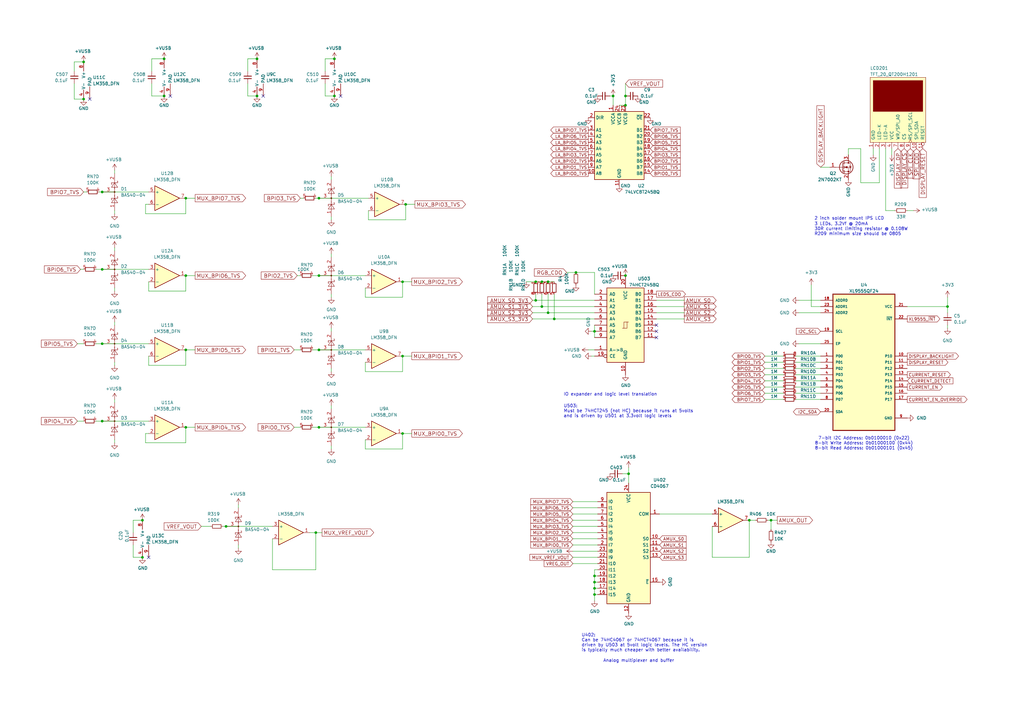
<source format=kicad_sch>
(kicad_sch (version 20231120) (generator "eeschema") (generator_version "8.0")
  (paper "A3")
  (junction (at 243.84 241.3))
  (junction (at 105.41 39.37))
  (junction (at 224.79 115.57))
  (junction (at 243.84 135.89))
  (junction (at 388.62 125.73))
  (junction (at 92.71 215.9))
  (junction (at 76.2 81.28))
  (junction (at 76.2 175.26))
  (junction (at 41.91 172.72))
  (junction (at 219.71 115.57))
  (junction (at 41.91 110.49))
  (junction (at 227.33 130.81))
  (junction (at 41.91 140.97))
  (junction (at 34.29 40.64))
  (junction (at 130.81 81.28))
  (junction (at 58.42 213.36))
  (junction (at 34.29 25.4))
  (junction (at 105.41 24.13))
  (junction (at 130.81 175.26))
  (junction (at 243.84 238.76))
  (junction (at 130.81 143.51))
  (junction (at 166.37 83.82))
  (junction (at 243.84 236.22))
  (junction (at 165.1 177.8))
  (junction (at 236.22 111.76))
  (junction (at 76.2 143.51))
  (junction (at 224.79 128.27))
  (junction (at 257.81 194.31))
  (junction (at 307.34 213.36))
  (junction (at 256.54 39.37))
  (junction (at 222.25 125.73))
  (junction (at 67.31 24.13))
  (junction (at 58.42 228.6))
  (junction (at 130.81 113.03))
  (junction (at 41.91 78.74))
  (junction (at 137.16 24.13))
  (junction (at 243.84 243.84))
  (junction (at 219.71 123.19))
  (junction (at 256.54 43.18))
  (junction (at 222.25 115.57))
  (junction (at 76.2 113.03))
  (junction (at 67.31 39.37))
  (junction (at 316.23 213.36))
  (junction (at 256.54 113.03))
  (junction (at 137.16 39.37))
  (junction (at 129.54 218.44))
  (junction (at 165.1 146.05))
  (junction (at 165.1 115.57))
  (junction (at 251.46 39.37))
  (no_connect (at 36.83 40.64))
  (no_connect (at 139.7 39.37))
  (no_connect (at 60.96 228.6))
  (no_connect (at 269.24 133.35))
  (no_connect (at 269.24 135.89))
  (no_connect (at 69.85 39.37))
  (no_connect (at 107.95 39.37))
  (no_connect (at 269.24 138.43))
  (wire (pts (xy 111.76 233.68) (xy 111.76 220.98)))
  (wire (pts (xy 82.55 215.9) (xy 86.36 215.9)))
  (wire (pts (xy 327.66 123.19) (xy 336.55 123.19)))
  (wire (pts (xy 242.57 146.05) (xy 243.84 146.05)))
  (wire (pts (xy 327.66 128.27) (xy 336.55 128.27)))
  (wire (pts (xy 101.6 24.13) (xy 101.6 29.21)))
  (wire (pts (xy 149.86 184.15) (xy 165.1 184.15)))
  (wire (pts (xy 135.89 134.62) (xy 135.89 135.89)))
  (wire (pts (xy 128.27 175.26) (xy 130.81 175.26)))
  (wire (pts (xy 76.2 81.28) (xy 80.01 81.28)))
  (wire (pts (xy 135.89 152.4) (xy 135.89 151.13)))
  (wire (pts (xy 54.61 213.36) (xy 58.42 213.36)))
  (wire (pts (xy 97.79 207.01) (xy 97.79 208.28)))
  (wire (pts (xy 269.24 125.73) (xy 280.67 125.73)))
  (wire (pts (xy 31.75 140.97) (xy 34.29 140.97)))
  (wire (pts (xy 227.33 130.81) (xy 243.84 130.81)))
  (wire (pts (xy 269.24 130.81) (xy 280.67 130.81)))
  (wire (pts (xy 39.37 172.72) (xy 41.91 172.72)))
  (wire (pts (xy 347.98 60.96) (xy 347.98 63.5)))
  (wire (pts (xy 165.1 121.92) (xy 165.1 115.57)))
  (wire (pts (xy 151.13 86.36) (xy 151.13 90.17)))
  (wire (pts (xy 358.14 60.96) (xy 358.14 63.5)))
  (wire (pts (xy 101.6 34.29) (xy 101.6 39.37)))
  (wire (pts (xy 135.89 72.39) (xy 135.89 73.66)))
  (wire (pts (xy 251.46 39.37) (xy 251.46 43.18)))
  (wire (pts (xy 360.68 60.96) (xy 360.68 74.93)))
  (wire (pts (xy 31.75 172.72) (xy 34.29 172.72)))
  (wire (pts (xy 245.11 233.68) (xy 243.84 233.68)))
  (wire (pts (xy 316.23 217.17) (xy 316.23 213.36)))
  (wire (pts (xy 245.11 241.3) (xy 243.84 241.3)))
  (wire (pts (xy 326.39 158.75) (xy 336.55 158.75)))
  (wire (pts (xy 123.19 81.28) (xy 124.46 81.28)))
  (wire (pts (xy 243.84 120.65) (xy 243.84 111.76)))
  (wire (pts (xy 165.1 115.57) (xy 168.91 115.57)))
  (wire (pts (xy 76.2 181.61) (xy 76.2 175.26)))
  (wire (pts (xy 218.44 123.19) (xy 219.71 123.19)))
  (wire (pts (xy 219.71 120.65) (xy 219.71 123.19)))
  (wire (pts (xy 269.24 128.27) (xy 280.67 128.27)))
  (wire (pts (xy 388.62 134.62) (xy 388.62 133.35)))
  (wire (pts (xy 243.84 241.3) (xy 243.84 243.84)))
  (wire (pts (xy 60.96 115.57) (xy 60.96 119.38)))
  (wire (pts (xy 62.23 39.37) (xy 62.23 34.29)))
  (wire (pts (xy 129.54 218.44) (xy 129.54 233.68)))
  (wire (pts (xy 353.06 74.93) (xy 353.06 60.96)))
  (wire (pts (xy 234.95 205.74) (xy 245.11 205.74)))
  (wire (pts (xy 269.24 123.19) (xy 280.67 123.19)))
  (wire (pts (xy 234.95 208.28) (xy 245.11 208.28)))
  (wire (pts (xy 33.02 110.49) (xy 34.29 110.49)))
  (wire (pts (xy 332.74 125.73) (xy 332.74 116.84)))
  (wire (pts (xy 224.79 120.65) (xy 224.79 128.27)))
  (wire (pts (xy 313.69 163.83) (xy 321.31 163.83)))
  (wire (pts (xy 130.81 143.51) (xy 149.86 143.51)))
  (wire (pts (xy 54.61 228.6) (xy 58.42 228.6)))
  (wire (pts (xy 250.19 39.37) (xy 251.46 39.37)))
  (wire (pts (xy 132.08 218.44) (xy 129.54 218.44)))
  (wire (pts (xy 219.71 115.57) (xy 222.25 115.57)))
  (wire (pts (xy 327.66 140.97) (xy 336.55 140.97)))
  (wire (pts (xy 313.69 148.59) (xy 321.31 148.59)))
  (wire (pts (xy 313.69 161.29) (xy 321.31 161.29)))
  (wire (pts (xy 54.61 218.44) (xy 54.61 213.36)))
  (wire (pts (xy 46.99 87.63) (xy 46.99 86.36)))
  (wire (pts (xy 151.13 90.17) (xy 166.37 90.17)))
  (wire (pts (xy 245.11 236.22) (xy 243.84 236.22)))
  (wire (pts (xy 59.69 83.82) (xy 59.69 87.63)))
  (wire (pts (xy 46.99 181.61) (xy 46.99 180.34)))
  (wire (pts (xy 245.11 243.84) (xy 243.84 243.84)))
  (wire (pts (xy 227.33 120.65) (xy 227.33 130.81)))
  (wire (pts (xy 149.86 180.34) (xy 149.86 184.15)))
  (wire (pts (xy 149.86 118.11) (xy 149.86 121.92)))
  (wire (pts (xy 365.76 60.96) (xy 365.76 63.5)))
  (wire (pts (xy 39.37 140.97) (xy 41.91 140.97)))
  (wire (pts (xy 256.54 39.37) (xy 256.54 43.18)))
  (wire (pts (xy 135.89 104.14) (xy 135.89 105.41)))
  (wire (pts (xy 222.25 120.65) (xy 222.25 125.73)))
  (wire (pts (xy 218.44 125.73) (xy 222.25 125.73)))
  (wire (pts (xy 30.48 40.64) (xy 34.29 40.64)))
  (wire (pts (xy 59.69 181.61) (xy 76.2 181.61)))
  (wire (pts (xy 129.54 81.28) (xy 130.81 81.28)))
  (wire (pts (xy 30.48 34.29) (xy 30.48 40.64)))
  (wire (pts (xy 120.65 143.51) (xy 123.19 143.51)))
  (wire (pts (xy 165.1 177.8) (xy 168.91 177.8)))
  (wire (pts (xy 76.2 119.38) (xy 76.2 113.03)))
  (wire (pts (xy 165.1 146.05) (xy 168.91 146.05)))
  (wire (pts (xy 234.95 231.14) (xy 245.11 231.14)))
  (wire (pts (xy 219.71 123.19) (xy 243.84 123.19)))
  (wire (pts (xy 30.48 29.21) (xy 30.48 25.4)))
  (wire (pts (xy 372.11 86.36) (xy 374.65 86.36)))
  (wire (pts (xy 120.65 175.26) (xy 123.19 175.26)))
  (wire (pts (xy 166.37 90.17) (xy 166.37 83.82)))
  (wire (pts (xy 256.54 34.29) (xy 256.54 39.37)))
  (wire (pts (xy 60.96 149.86) (xy 76.2 149.86)))
  (wire (pts (xy 353.06 60.96) (xy 347.98 60.96)))
  (wire (pts (xy 336.55 125.73) (xy 332.74 125.73)))
  (wire (pts (xy 257.81 191.77) (xy 257.81 194.31)))
  (wire (pts (xy 313.69 151.13) (xy 321.31 151.13)))
  (wire (pts (xy 224.79 128.27) (xy 243.84 128.27)))
  (wire (pts (xy 128.27 113.03) (xy 130.81 113.03)))
  (wire (pts (xy 243.84 238.76) (xy 245.11 238.76)))
  (wire (pts (xy 46.99 119.38) (xy 46.99 118.11)))
  (wire (pts (xy 313.69 153.67) (xy 321.31 153.67)))
  (wire (pts (xy 309.88 213.36) (xy 307.34 213.36)))
  (wire (pts (xy 67.31 39.37) (xy 62.23 39.37)))
  (wire (pts (xy 166.37 83.82) (xy 170.18 83.82)))
  (wire (pts (xy 224.79 115.57) (xy 227.33 115.57)))
  (wire (pts (xy 234.95 228.6) (xy 245.11 228.6)))
  (wire (pts (xy 234.95 210.82) (xy 245.11 210.82)))
  (wire (pts (xy 135.89 121.92) (xy 135.89 120.65)))
  (wire (pts (xy 292.1 215.9) (xy 292.1 228.6)))
  (wire (pts (xy 243.84 238.76) (xy 243.84 241.3)))
  (wire (pts (xy 372.11 125.73) (xy 388.62 125.73)))
  (wire (pts (xy 41.91 78.74) (xy 60.96 78.74)))
  (wire (pts (xy 236.22 111.76) (xy 243.84 111.76)))
  (wire (pts (xy 40.64 78.74) (xy 41.91 78.74)))
  (wire (pts (xy 59.69 177.8) (xy 59.69 181.61)))
  (wire (pts (xy 76.2 113.03) (xy 80.01 113.03)))
  (wire (pts (xy 129.54 218.44) (xy 127 218.44)))
  (wire (pts (xy 307.34 228.6) (xy 307.34 213.36)))
  (wire (pts (xy 218.44 130.81) (xy 227.33 130.81)))
  (wire (pts (xy 97.79 224.79) (xy 97.79 223.52)))
  (wire (pts (xy 243.84 135.89) (xy 243.84 138.43)))
  (wire (pts (xy 241.3 143.51) (xy 243.84 143.51)))
  (wire (pts (xy 243.84 236.22) (xy 243.84 238.76)))
  (wire (pts (xy 360.68 74.93) (xy 353.06 74.93)))
  (wire (pts (xy 59.69 177.8) (xy 60.96 177.8)))
  (wire (pts (xy 130.81 113.03) (xy 149.86 113.03)))
  (wire (pts (xy 130.81 81.28) (xy 151.13 81.28)))
  (wire (pts (xy 76.2 175.26) (xy 80.01 175.26)))
  (wire (pts (xy 76.2 149.86) (xy 76.2 143.51)))
  (wire (pts (xy 60.96 146.05) (xy 60.96 149.86)))
  (wire (pts (xy 149.86 148.59) (xy 149.86 152.4)))
  (wire (pts (xy 128.27 143.51) (xy 130.81 143.51)))
  (wire (pts (xy 313.69 156.21) (xy 321.31 156.21)))
  (wire (pts (xy 135.89 166.37) (xy 135.89 167.64)))
  (wire (pts (xy 62.23 24.13) (xy 67.31 24.13)))
  (wire (pts (xy 59.69 87.63) (xy 76.2 87.63)))
  (wire (pts (xy 149.86 152.4) (xy 165.1 152.4)))
  (wire (pts (xy 165.1 184.15) (xy 165.1 177.8)))
  (wire (pts (xy 326.39 156.21) (xy 336.55 156.21)))
  (wire (pts (xy 215.9 115.57) (xy 219.71 115.57)))
  (wire (pts (xy 39.37 110.49) (xy 41.91 110.49)))
  (wire (pts (xy 30.48 25.4) (xy 34.29 25.4)))
  (wire (pts (xy 336.55 68.58) (xy 340.36 68.58)))
  (wire (pts (xy 234.95 213.36) (xy 245.11 213.36)))
  (wire (pts (xy 121.92 113.03) (xy 123.19 113.03)))
  (wire (pts (xy 165.1 152.4) (xy 165.1 146.05)))
  (wire (pts (xy 54.61 223.52) (xy 54.61 228.6)))
  (wire (pts (xy 129.54 233.68) (xy 111.76 233.68)))
  (wire (pts (xy 326.39 148.59) (xy 336.55 148.59)))
  (wire (pts (xy 388.62 121.92) (xy 388.62 125.73)))
  (wire (pts (xy 314.96 213.36) (xy 316.23 213.36)))
  (wire (pts (xy 41.91 140.97) (xy 60.96 140.97)))
  (wire (pts (xy 46.99 132.08) (xy 46.99 133.35)))
  (wire (pts (xy 316.23 213.36) (xy 318.77 213.36)))
  (wire (pts (xy 60.96 119.38) (xy 76.2 119.38)))
  (wire (pts (xy 92.71 215.9) (xy 111.76 215.9)))
  (wire (pts (xy 101.6 39.37) (xy 105.41 39.37)))
  (wire (pts (xy 222.25 125.73) (xy 243.84 125.73)))
  (wire (pts (xy 254 43.18) (xy 256.54 43.18)))
  (wire (pts (xy 255.27 194.31) (xy 257.81 194.31)))
  (wire (pts (xy 133.35 34.29) (xy 133.35 39.37)))
  (wire (pts (xy 46.99 149.86) (xy 46.99 148.59)))
  (wire (pts (xy 243.84 133.35) (xy 243.84 135.89)))
  (wire (pts (xy 234.95 223.52) (xy 245.11 223.52)))
  (wire (pts (xy 41.91 110.49) (xy 60.96 110.49)))
  (wire (pts (xy 76.2 143.51) (xy 80.01 143.51)))
  (wire (pts (xy 242.57 135.89) (xy 243.84 135.89)))
  (wire (pts (xy 133.35 39.37) (xy 137.16 39.37)))
  (wire (pts (xy 234.95 226.06) (xy 245.11 226.06)))
  (wire (pts (xy 232.41 111.76) (xy 236.22 111.76)))
  (wire (pts (xy 257.81 198.12) (xy 257.81 194.31)))
  (wire (pts (xy 234.95 218.44) (xy 245.11 218.44)))
  (wire (pts (xy 62.23 29.21) (xy 62.23 24.13)))
  (wire (pts (xy 270.51 210.82) (xy 292.1 210.82)))
  (wire (pts (xy 149.86 121.92) (xy 165.1 121.92)))
  (wire (pts (xy 234.95 220.98) (xy 245.11 220.98)))
  (wire (pts (xy 222.25 115.57) (xy 224.79 115.57)))
  (wire (pts (xy 292.1 228.6) (xy 307.34 228.6)))
  (wire (pts (xy 326.39 151.13) (xy 336.55 151.13)))
  (wire (pts (xy 363.22 60.96) (xy 363.22 86.36)))
  (wire (pts (xy 326.39 163.83) (xy 336.55 163.83)))
  (wire (pts (xy 135.89 90.17) (xy 135.89 88.9)))
  (wire (pts (xy 133.35 24.13) (xy 133.35 29.21)))
  (wire (pts (xy 218.44 128.27) (xy 224.79 128.27)))
  (wire (pts (xy 313.69 146.05) (xy 321.31 146.05)))
  (wire (pts (xy 135.89 184.15) (xy 135.89 182.88)))
  (wire (pts (xy 105.41 24.13) (xy 101.6 24.13)))
  (wire (pts (xy 137.16 24.13) (xy 133.35 24.13)))
  (wire (pts (xy 326.39 161.29) (xy 336.55 161.29)))
  (wire (pts (xy 41.91 172.72) (xy 60.96 172.72)))
  (wire (pts (xy 46.99 69.85) (xy 46.99 71.12)))
  (wire (pts (xy 91.44 215.9) (xy 92.71 215.9)))
  (wire (pts (xy 34.29 78.74) (xy 35.56 78.74)))
  (wire (pts (xy 326.39 153.67) (xy 336.55 153.67)))
  (wire (pts (xy 243.84 233.68) (xy 243.84 236.22)))
  (wire (pts (xy 76.2 87.63) (xy 76.2 81.28)))
  (wire (pts (xy 130.81 175.26) (xy 149.86 175.26)))
  (wire (pts (xy 326.39 146.05) (xy 336.55 146.05)))
  (wire (pts (xy 388.62 128.27) (xy 388.62 125.73)))
  (wire (pts (xy 234.95 215.9) (xy 245.11 215.9)))
  (wire (pts (xy 46.99 163.83) (xy 46.99 165.1)))
  (wire (pts (xy 367.03 86.36) (xy 363.22 86.36)))
  (wire (pts (xy 46.99 101.6) (xy 46.99 102.87)))
  (wire (pts (xy 313.69 158.75) (xy 321.31 158.75)))
  (wire (pts (xy 59.69 83.82) (xy 60.96 83.82)))
  (wire (pts (xy 243.84 243.84) (xy 243.84 246.38)))
  (text "7-bit I2C Address: 0b0100010 (0x22)\n8-bit Write Address: 0b01000100 (0x44)\n8-bit Read Address: 0b01000101 (0x45)" (at 354.33 181.864 0) (effects (font (size 1.27 1.27))))
  (text "IO expander and logic level translation" (at 231.14 162.56 0) (effects (font (size 1.27 1.27)) (justify left bottom)))
  (text "Analog multiplexer and buffer" (at 247.396 271.78 0) (effects (font (size 1.27 1.27)) (justify left bottom)))
  (text "U402:\nCan be 74HC4067 or 74HCT4067 because it is \ndriven by U503 at 5volt logic levels. The HC version \nis typically much cheaper with better availability." (at 238.506 267.462 0) (effects (font (size 1.27 1.27)) (justify left bottom)))
  (text "3 LEDs, 3.2Vf @ 20mA\n30R current limiting resistor @ 0.108W\nR209 minimum size should be 0805" (at 334.01 96.774 0) (effects (font (size 1.27 1.27)) (justify left bottom)))
  (text "2 inch solder mount IPS LCD" (at 334.01 90.424 0) (effects (font (size 1.27 1.27)) (justify left bottom)))
  (text "U503:\nMust be 74HCT245 (not HC) because it runs at 5volts\nand is driven by U501 at 3.3volt logic levels" (at 231.14 171.45 0) (effects (font (size 1.27 1.27)) (justify left bottom)))
  (global_label "MUX_VREF_VOUT" (shape input) (at 234.95 228.6 180) (property "Intersheetrefs" "${INTERSHEET_REFS}" (effects (hide yes))))
  (global_label "AMUX_S3" (shape input) (at 270.51 228.6 0) (property "Intersheetrefs" "${INTERSHEET_REFS}" (effects (hide yes))))
  (global_label "BPIO7_TVS" (shape input) (at 266.7 53.34 0) (property "Intersheetrefs" "${INTERSHEET_REFS}" (effects (hide yes))))
  (global_label "AMUX_S3" (shape output) (at 280.67 130.81 0) (effects (font (size 1.524 1.524))) (property "Intersheetrefs" "${INTERSHEET_REFS}" (effects (hide yes))))
  (global_label "CURRENT_RESET" (shape output) (at 372.11 153.67 0) (property "Intersheetrefs" "${INTERSHEET_REFS}" (effects (hide yes))))
  (global_label "AMUX_S2" (shape input) (at 270.51 226.06 0) (property "Intersheetrefs" "${INTERSHEET_REFS}" (effects (hide yes))))
  (global_label "BPIO4_TVS" (shape input) (at 266.7 60.96 0) (property "Intersheetrefs" "${INTERSHEET_REFS}" (effects (hide yes))))
  (global_label "MUX_BPIO5_TVS" (shape input) (at 234.95 210.82 180) (property "Intersheetrefs" "${INTERSHEET_REFS}" (effects (hide yes))))
  (global_label "BPIO4_TVS" (shape bidirectional) (at 313.69 156.21 180) (property "Intersheetrefs" "${INTERSHEET_REFS}" (effects (hide yes))))
  (global_label "BPIO0_TVS" (shape input) (at 120.65 175.26 180) (effects (font (size 1.524 1.524))) (property "Intersheetrefs" "${INTERSHEET_REFS}" (effects (hide yes))))
  (global_label "CURRENT_DETECT" (shape input) (at 372.11 156.21 0) (property "Intersheetrefs" "${INTERSHEET_REFS}" (effects (hide yes))))
  (global_label "BPIO1_TVS" (shape input) (at 120.65 143.51 180) (effects (font (size 1.524 1.524))) (property "Intersheetrefs" "${INTERSHEET_REFS}" (effects (hide yes))))
  (global_label "MUX_VREF_VOUT" (shape output) (at 132.08 218.44 0) (effects (font (size 1.524 1.524))) (property "Intersheetrefs" "${INTERSHEET_REFS}" (effects (hide yes))))
  (global_label "VREF_VOUT" (shape input) (at 256.54 34.29 0) (effects (font (size 1.524 1.524))) (property "Intersheetrefs" "${INTERSHEET_REFS}" (effects (hide yes))))
  (global_label "MUX_BPIO4_TVS" (shape input) (at 234.95 213.36 180) (property "Intersheetrefs" "${INTERSHEET_REFS}" (effects (hide yes))))
  (global_label "LA_BPIO0_TVS" (shape output) (at 241.3 71.12 180) (property "Intersheetrefs" "${INTERSHEET_REFS}" (effects (hide yes))))
  (global_label "LEDS_CDO" (shape output) (at 269.24 120.65 0) (property "Intersheetrefs" "${INTERSHEET_REFS}" (effects (hide yes))))
  (global_label "MUX_BPIO4_TVS" (shape output) (at 80.01 175.26 0) (effects (font (size 1.524 1.524))) (property "Intersheetrefs" "${INTERSHEET_REFS}" (effects (hide yes))))
  (global_label "MUX_BPIO3_TVS" (shape output) (at 170.18 83.82 0) (effects (font (size 1.524 1.524))) (property "Intersheetrefs" "${INTERSHEET_REFS}" (effects (hide yes))))
  (global_label "VREG_OUT" (shape input) (at 234.95 231.14 180) (property "Intersheetrefs" "${INTERSHEET_REFS}" (effects (hide yes))))
  (global_label "MUX_BPIO2_TVS" (shape output) (at 168.91 115.57 0) (effects (font (size 1.524 1.524))) (property "Intersheetrefs" "${INTERSHEET_REFS}" (effects (hide yes))))
  (global_label "MUX_BPIO2_TVS" (shape input) (at 234.95 218.44 180) (property "Intersheetrefs" "${INTERSHEET_REFS}" (effects (hide yes))))
  (global_label "BPIO1_TVS" (shape input) (at 266.7 68.58 0) (property "Intersheetrefs" "${INTERSHEET_REFS}" (effects (hide yes))))
  (global_label "BPIO2_TVS" (shape input) (at 121.92 113.03 180) (effects (font (size 1.524 1.524))) (property "Intersheetrefs" "${INTERSHEET_REFS}" (effects (hide yes))))
  (global_label "MUX_BPIO6_TVS" (shape output) (at 80.01 113.03 0) (effects (font (size 1.524 1.524))) (property "Intersheetrefs" "${INTERSHEET_REFS}" (effects (hide yes))))
  (global_label "DISPLAY_BACKLIGHT" (shape input) (at 336.55 68.58 90) (effects (font (size 1.524 1.524))) (property "Intersheetrefs" "${INTERSHEET_REFS}" (effects (hide yes))))
  (global_label "BPIO6_TVS" (shape bidirectional) (at 313.69 161.29 180) (property "Intersheetrefs" "${INTERSHEET_REFS}" (effects (hide yes))))
  (global_label "BPIO7_TVS" (shape bidirectional) (at 313.69 163.83 180) (property "Intersheetrefs" "${INTERSHEET_REFS}" (effects (hide yes))))
  (global_label "BPIO3_TVS" (shape input) (at 123.19 81.28 180) (effects (font (size 1.524 1.524))) (property "Intersheetrefs" "${INTERSHEET_REFS}" (effects (hide yes))))
  (global_label "SPI_CDO" (shape input) (at 375.92 60.96 270) (effects (font (size 1.524 1.524))) (property "Intersheetrefs" "${INTERSHEET_REFS}" (effects (hide yes))))
  (global_label "LA_BPIO6_TVS" (shape output) (at 241.3 55.88 180) (property "Intersheetrefs" "${INTERSHEET_REFS}" (effects (hide yes))))
  (global_label "MUX_BPIO3_TVS" (shape input) (at 234.95 215.9 180) (property "Intersheetrefs" "${INTERSHEET_REFS}" (effects (hide yes))))
  (global_label "MUX_BPIO7_TVS" (shape output) (at 80.01 81.28 0) (effects (font (size 1.524 1.524))) (property "Intersheetrefs" "${INTERSHEET_REFS}" (effects (hide yes))))
  (global_label "BPIO6_TVS" (shape input) (at 33.02 110.49 180) (effects (font (size 1.524 1.524))) (property "Intersheetrefs" "${INTERSHEET_REFS}" (effects (hide yes))))
  (global_label "DISPLAY_RESET" (shape output) (at 372.11 148.59 0) (property "Intersheetrefs" "${INTERSHEET_REFS}" (effects (hide yes))))
  (global_label "VREF_VOUT" (shape input) (at 82.55 215.9 180) (effects (font (size 1.524 1.524))) (property "Intersheetrefs" "${INTERSHEET_REFS}" (effects (hide yes))))
  (global_label "LA_BPIO1_TVS" (shape output) (at 241.3 68.58 180) (property "Intersheetrefs" "${INTERSHEET_REFS}" (effects (hide yes))))
  (global_label "MUX_BPIO0_TVS" (shape input) (at 234.95 223.52 180) (property "Intersheetrefs" "${INTERSHEET_REFS}" (effects (hide yes))))
  (global_label "AMUX_OUT" (shape output) (at 318.77 213.36 0) (effects (font (size 1.524 1.524))) (property "Intersheetrefs" "${INTERSHEET_REFS}" (effects (hide yes))))
  (global_label "MUX_BPIO0_TVS" (shape output) (at 168.91 177.8 0) (effects (font (size 1.524 1.524))) (property "Intersheetrefs" "${INTERSHEET_REFS}" (effects (hide yes))))
  (global_label "BPIO5_TVS" (shape input) (at 31.75 140.97 180) (effects (font (size 1.524 1.524))) (property "Intersheetrefs" "${INTERSHEET_REFS}" (effects (hide yes))))
  (global_label "RGB_CDO" (shape input) (at 232.41 111.76 180) (effects (font (size 1.524 1.524))) (property "Intersheetrefs" "${INTERSHEET_REFS}" (effects (hide yes))))
  (global_label "DISPLAY_RESET" (shape input) (at 378.46 60.96 270) (effects (font (size 1.524 1.524))) (property "Intersheetrefs" "${INTERSHEET_REFS}" (effects (hide yes))))
  (global_label "BPIO7_TVS" (shape input) (at 34.29 78.74 180) (effects (font (size 1.524 1.524))) (property "Intersheetrefs" "${INTERSHEET_REFS}" (effects (hide yes))))
  (global_label "SPI_CLK" (shape input) (at 373.38 60.96 270) (effects (font (size 1.524 1.524))) (property "Intersheetrefs" "${INTERSHEET_REFS}" (effects (hide yes))))
  (global_label "MUX_BPIO6_TVS" (shape input) (at 234.95 208.28 180) (property "Intersheetrefs" "${INTERSHEET_REFS}" (effects (hide yes))))
  (global_label "AMUX_S0_3V3" (shape input) (at 218.44 123.19 180) (effects (font (size 1.524 1.524))) (property "Intersheetrefs" "${INTERSHEET_REFS}" (effects (hide yes))))
  (global_label "LA_BPIO7_TVS" (shape output) (at 241.3 53.34 180) (property "Intersheetrefs" "${INTERSHEET_REFS}" (effects (hide yes))))
  (global_label "I2C_SDA" (shape bidirectional) (at 336.55 168.91 180) (property "Intersheetrefs" "${INTERSHEET_REFS}" (effects (hide yes))))
  (global_label "AMUX_S1_3V3" (shape input) (at 218.44 125.73 180) (effects (font (size 1.524 1.524))) (property "Intersheetrefs" "${INTERSHEET_REFS}" (effects (hide yes))))
  (global_label "BPIO5_TVS" (shape input) (at 266.7 58.42 0) (property "Intersheetrefs" "${INTERSHEET_REFS}" (effects (hide yes))))
  (global_label "LA_BPIO5_TVS" (shape output) (at 241.3 58.42 180) (property "Intersheetrefs" "${INTERSHEET_REFS}" (effects (hide yes))))
  (global_label "CURRENT_EN_OVERRIDE" (shape output) (at 372.11 163.83 0) (property "Intersheetrefs" "${INTERSHEET_REFS}" (effects (hide yes))))
  (global_label "BPIO2_TVS" (shape bidirectional) (at 313.69 151.13 180) (property "Intersheetrefs" "${INTERSHEET_REFS}" (effects (hide yes))))
  (global_label "MUX_BPIO7_TVS" (shape input) (at 234.95 205.74 180) (property "Intersheetrefs" "${INTERSHEET_REFS}" (effects (hide yes))))
  (global_label "BPIO1_TVS" (shape bidirectional) (at 313.69 148.59 180) (property "Intersheetrefs" "${INTERSHEET_REFS}" (effects (hide yes))))
  (global_label "DISPLAY_BACKLIGHT" (shape output) (at 372.11 146.05 0) (property "Intersheetrefs" "${INTERSHEET_REFS}" (effects (hide yes))))
  (global_label "LA_BPIO2_TVS" (shape output) (at 241.3 66.04 180) (property "Intersheetrefs" "${INTERSHEET_REFS}" (effects (hide yes))))
  (global_label "DISPLAY_DP" (shape input) (at 368.3 60.96 270) (effects (font (size 1.524 1.524))) (property "Intersheetrefs" "${INTERSHEET_REFS}" (effects (hide yes))))
  (global_label "AMUX_S0" (shape input) (at 270.51 220.98 0) (property "Intersheetrefs" "${INTERSHEET_REFS}" (effects (hide yes))))
  (global_label "BPIO3_TVS" (shape bidirectional) (at 313.69 153.67 180) (property "Intersheetrefs" "${INTERSHEET_REFS}" (effects (hide yes))))
  (global_label "AMUX_S1" (shape output) (at 280.67 125.73 0) (effects (font (size 1.524 1.524))) (property "Intersheetrefs" "${INTERSHEET_REFS}" (effects (hide yes))))
  (global_label "MUX_BPIO1_TVS" (shape input) (at 234.95 220.98 180) (property "Intersheetrefs" "${INTERSHEET_REFS}" (effects (hide yes))))
  (global_label "CURRENT_EN" (shape output) (at 372.11 158.75 0) (property "Intersheetrefs" "${INTERSHEET_REFS}" (effects (hide yes))))
  (global_label "BPIO5_TVS" (shape bidirectional) (at 313.69 158.75 180) (property "Intersheetrefs" "${INTERSHEET_REFS}" (effects (hide yes))))
  (global_label "AMUX_S2_3V3" (shape input) (at 218.44 128.27 180) (effects (font (size 1.524 1.524))) (property "Intersheetrefs" "${INTERSHEET_REFS}" (effects (hide yes))))
  (global_label "LA_BPIO3_TVS" (shape output) (at 241.3 63.5 180) (property "Intersheetrefs" "${INTERSHEET_REFS}" (effects (hide yes))))
  (global_label "BPIO6_TVS" (shape input) (at 266.7 55.88 0) (property "Intersheetrefs" "${INTERSHEET_REFS}" (effects (hide yes))))
  (global_label "BPIO0_TVS" (shape input) (at 266.7 71.12 0) (property "Intersheetrefs" "${INTERSHEET_REFS}" (effects (hide yes))))
  (global_label "XL9555_~{INT}" (shape output) (at 372.11 130.81 0) (property "Intersheetrefs" "${INTERSHEET_REFS}" (effects (hide yes))))
  (global_label "AMUX_S2" (shape output) (at 280.67 128.27 0) (effects (font (size 1.524 1.524))) (property "Intersheetrefs" "${INTERSHEET_REFS}" (effects (hide yes))))
  (global_label "BPIO3_TVS" (shape input) (at 266.7 63.5 0) (property "Intersheetrefs" "${INTERSHEET_REFS}" (effects (hide yes))))
  (global_label "MUX_BPIO5_TVS" (shape output) (at 80.01 143.51 0) (effects (font (size 1.524 1.524))) (property "Intersheetrefs" "${INTERSHEET_REFS}" (effects (hide yes))))
  (global_label "AMUX_S0" (shape output) (at 280.67 123.19 0) (effects (font (size 1.524 1.524))) (property "Intersheetrefs" "${INTERSHEET_REFS}" (effects (hide yes))))
  (global_label "DISPLAY_CS" (shape input) (at 370.84 60.96 270) (effects (font (size 1.524 1.524))) (property "Intersheetrefs" "${INTERSHEET_REFS}" (effects (hide yes))))
  (global_label "MUX_BPIO1_TVS" (shape output) (at 168.91 146.05 0) (effects (font (size 1.524 1.524))) (property "Intersheetrefs" "${INTERSHEET_REFS}" (effects (hide yes))))
  (global_label "AMUX_S1" (shape input) (at 270.51 223.52 0) (property "Intersheetrefs" "${INTERSHEET_REFS}" (effects (hide yes))))
  (global_label "AMUX_S3_3V3" (shape input) (at 218.44 130.81 180) (effects (font (size 1.524 1.524))) (property "Intersheetrefs" "${INTERSHEET_REFS}" (effects (hide yes))))
  (global_label "BPIO0_TVS" (shape bidirectional) (at 313.69 146.05 180) (property "Intersheetrefs" "${INTERSHEET_REFS}" (effects (hide yes))))
  (global_label "LA_BPIO4_TVS" (shape output) (at 241.3 60.96 180) (property "Intersheetrefs" "${INTERSHEET_REFS}" (effects (hide yes))))
  (global_label "BPIO4_TVS" (shape input) (at 31.75 172.72 180) (effects (font (size 1.524 1.524))) (property "Intersheetrefs" "${INTERSHEET_REFS}" (effects (hide yes))))
  (global_label "BPIO2_TVS" (shape input) (at 266.7 66.04 0) (property "Intersheetrefs" "${INTERSHEET_REFS}" (effects (hide yes))))
  (global_label "I2C_SCL" (shape input) (at 336.55 135.89 180) (property "Intersheetrefs" "${INTERSHEET_REFS}" (effects (hide yes))))
  (symbol (lib_id "Device:R_Small") (at 312.42 213.36 90) (unit 1)
    (property "Reference" "R406" (at 309.88 210.82 90))
    (property "Value" "10K" (at 316.23 210.82 90))
    (property "Footprint" "Resistor_SMD:R_0402_1005Metric" (effects (hide yes)))
    (property "RMB" "0.004864" (effects (hide yes)))
    (property "Supplier" "https://item.szlcsc.com/61542.html" (effects (hide yes)))
  )
  (symbol (lib_id "power:GND") (at 257.81 251.46 0) (unit 1)
    (property "Reference" "#PWR0409" (effects (hide yes)))
    (property "Value" "GND" (at 257.937 255.8542 0))
  )
  (symbol (lib_id "Device:C_Small") (at 252.73 194.31 90) (unit 1)
    (property "Reference" "C403" (at 252.73 191.77 90))
    (property "Value" "0.1uF" (at 254 196.85 90))
    (property "Footprint" "Capacitor_SMD:C_0402_1005Metric" (effects (hide yes)))
    (property "RMB" "0.00628" (effects (hide yes)))
    (property "Supplier" "https://item.szlcsc.com/1877.html" (effects (hide yes)))
  )
  (symbol (lib_id "power:GND") (at 250.19 194.31 0) (unit 1)
    (property "Reference" "#PWR0407" (effects (hide yes)))
    (property "Value" "GND" (at 247.65 196.85 0))
  )
  (symbol (lib_id "74xx:CD74HC4067M") (at 257.81 223.52 0) (mirror y) (unit 1)
    (property "Reference" "U402" (at 270.51 196.85 0))
    (property "Value" "CD4067" (at 270.51 199.39 0))
    (property "Footprint" "Package_SO:TSSOP-24_4.4x7.8mm_P0.65mm" (effects (hide yes)))
    (property "Datasheet" "http://www.ti.com/lit/ds/symlink/cd74hc4067.pdf" (effects (hide yes)))
    (property "Supplier" "https://eu.mouser.com/ProductDetail/Nexperia/74HCT4067PW118" (effects (hide yes)))
    (property "USD" "0.762" (effects (hide yes)))
  )
  (symbol (lib_id "dp-power:+VUSB") (at 257.81 191.77 0) (unit 1)
    (property "Reference" "#PWR0408" (effects (hide yes)))
    (property "Value" "+VUSB" (at 257.429 187.3758 0))
  )
  (symbol (lib_id "Device:R_Small") (at 316.23 219.71 180) (unit 1)
    (property "Reference" "R407" (at 317.5 218.44 0) (effects (justify right)))
    (property "Value" "10K" (at 317.5 220.98 0) (effects (justify right)))
    (property "Footprint" "Resistor_SMD:R_0402_1005Metric" (effects (hide yes)))
    (property "RMB" "0.004864" (effects (hide yes)))
    (property "Supplier" "https://item.szlcsc.com/61542.html" (effects (hide yes)))
  )
  (symbol (lib_id "power:GND") (at 316.23 222.25 0) (unit 1)
    (property "Reference" "#PWR0420" (effects (hide yes)))
    (property "Value" "GND" (at 316.23 226.06 0))
  )
  (symbol (lib_id "power:GND") (at 358.14 63.5 0) (unit 1)
    (property "Reference" "#PWR0212" (effects (hide yes)))
    (property "Value" "GND" (at 358.14 68.58 90))
  )
  (symbol (lib_id "Device:R_Small") (at 369.57 86.36 270) (unit 1)
    (property "Reference" "R209" (at 369.316 83.82 90))
    (property "Value" "33R" (at 369.57 88.9 90))
    (property "Footprint" "Resistor_SMD:R_0805_2012Metric" (effects (hide yes)))
    (property "RMB" "0.019315" (effects (hide yes)))
    (property "Supplier" "https://item.szlcsc.com/139271.html" (effects (hide yes)))
  )
  (symbol (lib_id "power:GND") (at 347.98 73.66 0) (unit 1)
    (property "Reference" "#PWR0211" (effects (hide yes)))
    (property "Value" "GND" (at 347.98 78.74 90))
  )
  (symbol (lib_id "power:+3V3") (at 365.76 63.5 180) (unit 1)
    (property "Reference" "#PWR0214" (effects (hide yes)))
    (property "Value" "+3V3" (at 365.76 69.85 90))
  )
  (symbol (lib_id "dp-power:+VUSB") (at 374.65 86.36 270) (unit 1)
    (property "Reference" "#PWR0213" (effects (hide yes)))
    (property "Value" "+VUSB" (at 377.8758 85.979 90) (effects (justify left)))
  )
  (symbol (lib_id "dp-power:+VUSB") (at 234.95 226.06 90) (unit 1)
    (property "Reference" "#PWR0406" (effects (hide yes)))
    (property "Value" "+VUSB" (at 227.33 226.06 90))
  )
  (symbol (lib_id "power:GND") (at 256.54 153.67 0) (unit 1)
    (property "Reference" "#PWR0512" (effects (hide yes)))
    (property "Value" "GND" (at 256.667 158.0642 0))
  )
  (symbol (lib_id "74xx:74HC245") (at 256.54 133.35 0) (unit 1)
    (property "Reference" "U503" (at 264.16 114.3 0))
    (property "Value" "74HCT245BQ" (at 264.16 116.84 0))
    (property "Footprint" "Package_DFN_QFN:DHVQFN-20-1EP_2.5x4.5mm_P0.5mm_EP1x3mm" (effects (hide yes)))
    (property "Datasheet" "http://www.ti.com/lit/gpn/sn74HC245" (effects (hide yes)))
  )
  (symbol (lib_id "dp-power:+VUSB") (at 256.54 113.03 0) (unit 1)
    (property "Reference" "#PWR0511" (effects (hide yes)))
    (property "Value" "+VUSB" (at 254 109.22 0))
  )
  (symbol (lib_id "Device:C_Small") (at 254 113.03 90) (unit 1)
    (property "Reference" "C503" (at 247.65 110.49 90))
    (property "Value" "0.1uF" (at 248.92 113.03 90))
    (property "Footprint" "Capacitor_SMD:C_0402_1005Metric" (effects (hide yes)))
    (property "RMB" "0.00628" (effects (hide yes)))
    (property "Supplier" "https://item.szlcsc.com/1877.html" (effects (hide yes)))
  )
  (symbol (lib_id "power:GND") (at 251.46 113.03 0) (unit 1)
    (property "Reference" "#PWR0510" (effects (hide yes)))
    (property "Value" "GND" (at 248.92 115.57 0))
  )
  (symbol (lib_id "dp-power:+VUSB") (at 241.3 143.51 90) (unit 1)
    (property "Reference" "#PWR0509" (effects (hide yes)))
    (property "Value" "+VUSB" (at 234.442 143.51 90))
  )
  (symbol (lib_id "power:GND") (at 242.57 135.89 270) (unit 1)
    (property "Reference" "#PWR0108" (effects (hide yes)))
    (property "Value" "GND" (at 241.3 132.08 0))
  )
  (symbol (lib_id "dp-lcd:TFT_20_QT200H1201") (at 368.3 39.37 0) (unit 1)
    (property "Reference" "LCD201" (at 356.87 27.94 0) (effects (justify left)))
    (property "Value" "TFT_20_QT200H1201" (at 356.87 30.48 0) (effects (justify left)))
    (property "Footprint" "dp-lcd:TFT_20_QT200H1201" (effects (hide yes)))
  )
  (symbol (lib_id "power:GND") (at 243.84 246.38 0) (unit 1)
    (property "Reference" "#PWR0131" (effects (hide yes)))
    (property "Value" "GND" (at 243.967 250.7742 0))
  )
  (symbol (lib_id "Device:C_Small") (at 62.23 31.75 180) (unit 1)
    (property "Reference" "C508" (at 59.69 30.4735 0) (effects (justify left)))
    (property "Value" "0.1uF" (at 59.69 33.0135 0) (effects (justify left)))
    (property "Footprint" "Capacitor_SMD:C_0402_1005Metric" (effects (hide yes)))
    (property "RMB" "0.00628" (effects (hide yes)))
    (property "Supplier" "https://item.szlcsc.com/1877.html" (effects (hide yes)))
  )
  (symbol (lib_id "power:+3V3") (at 388.62 121.92 0) (unit 1)
    (property "Reference" "#PWR047" (effects (hide yes)))
    (property "Value" "+3V3" (at 388.62 116.84 0))
  )
  (symbol (lib_id "power:GND") (at 327.66 128.27 270) (unit 1)
    (property "Reference" "#PWR048" (effects (hide yes)))
    (property "Value" "GND" (at 323.85 128.2699 90) (effects (justify right)))
  )
  (symbol (lib_id "dp-rarray:R_Array") (at 125.73 175.26 270) (unit 4)
    (property "Reference" "RN?" (at 125.73 168.91 90))
    (property "Value" "100K" (at 125.73 171.45 90))
    (property "Footprint" "Resistor_SMD:R_Array_Convex_4x0402" (effects (hide yes)))
    (property "Datasheet" "http://www.vishay.com/docs/31509/csc.pdf" (effects (hide yes)))
    (property "RMB" "0.034572" (effects (hide yes)))
    (property "Supplier" "https://item.szlcsc.com/45893.html" (effects (hide yes)))
    (instances (project "REV0" (path "" (reference "RN?") (unit 4)) (path "" (reference "RN318") (unit 4))))
  )
  (symbol (lib_id "power:GND") (at 97.79 224.79 0) (unit 1)
    (property "Reference" "#PWR089" (effects (hide yes)))
    (property "Value" "GND" (at 97.79 229.87 0))
  )
  (symbol (lib_id "power:GND") (at 34.29 40.64 0) (unit 1)
    (property "Reference" "#PWR070" (effects (hide yes)))
    (property "Value" "GND" (at 34.29 44.45 0))
  )
  (symbol (lib_id "power:GND") (at 270.51 238.76 90) (unit 1)
    (property "Reference" "#PWR034" (effects (hide yes)))
    (property "Value" "GND" (at 274.9042 238.633 0))
  )
  (symbol (lib_id "Diode:BAS40-04") (at 95.25 215.9 270) (mirror x) (unit 1)
    (property "Reference" "D9" (at 100.33 214.6299 90) (effects (justify left)))
    (property "Value" "BAS40-04" (at 100.33 217.1699 90) (effects (justify left)))
    (property "Footprint" "library:SOT-523" (effects (hide yes)))
    (property "Datasheet" "http://www.vishay.com/docs/85701/bas40v.pdf" (effects (hide yes)))
    (property "Description" "40V 0.2A Dual Small Signal Schottky Diodes" (effects (hide yes)))
  )
  (symbol (lib_id "power:GND") (at 372.11 171.45 90) (unit 1)
    (property "Reference" "#PWR045" (effects (hide yes)))
    (property "Value" "GND" (at 375.92 171.4499 90) (effects (justify right)))
  )
  (symbol (lib_id "power:GND") (at 241.3 48.26 0) (unit 1)
    (property "Reference" "#PWR023" (effects (hide yes)))
    (property "Value" "GND" (at 238.76 50.8 0))
  )
  (symbol (lib_id "Transistor_FET:BSS138") (at 345.44 68.58 0) (unit 1)
    (property "Reference" "Q2" (at 341.63 71.12 0))
    (property "Value" "2N7002KT" (at 340.36 73.66 0))
    (property "Footprint" "library:SOT-523" (effects (hide yes)))
    (property "Datasheet" "https://www.onsemi.com/download/data-sheet/pdf/2n7002t-d.pdf" (effects (hide yes)))
    (property "RMB" "0.140017" (effects (hide yes)))
    (property "Supplier" "https://item.szlcsc.com/544697.html" (effects (hide yes)))
    (property "MANUFACTURER" "CBI" (effects (hide yes)))
  )
  (symbol (lib_id "dp-rarray:R_Array") (at 323.85 161.29 90) (mirror x) (unit 3)
    (property "Reference" "RN11" (at 331.47 160.02 90))
    (property "Value" "1M" (at 317.5 160.02 90))
    (property "Footprint" "Resistor_SMD:R_Array_Convex_4x0402" (effects (hide yes)))
    (property "Datasheet" "http://www.vishay.com/docs/31509/csc.pdf" (effects (hide yes)))
    (property "RMB" "0.033552" (effects (hide yes)))
    (property "Supplier" "https://item.szlcsc.com/26241.html" (effects (hide yes)))
  )
  (symbol (lib_id "Device:C_Small") (at 54.61 220.98 180) (unit 1)
    (property "Reference" "C20" (at 49.53 219.71 90))
    (property "Value" "0.1uF" (at 52.07 219.71 90))
    (property "Footprint" "Capacitor_SMD:C_0402_1005Metric" (effects (hide yes)))
    (property "RMB" "0.00628" (effects (hide yes)))
    (property "Supplier" "https://item.szlcsc.com/1877.html" (effects (hide yes)))
  )
  (symbol (lib_id "dp-power:+VUSB") (at 34.29 25.4 0) (unit 1)
    (property "Reference" "#PWR010" (effects (hide yes)))
    (property "Value" "+VUSB" (at 33.909 21.0058 0))
  )
  (symbol (lib_id "dp-power:+VUSB") (at 97.79 207.01 0) (unit 1)
    (property "Reference" "#PWR088" (effects (hide yes)))
    (property "Value" "+VUSB" (at 97.409 202.6158 0))
  )
  (symbol (lib_id "power:GND") (at 327.66 140.97 270) (unit 1)
    (property "Reference" "#PWR065" (effects (hide yes)))
    (property "Value" "GND" (at 323.85 140.9699 90) (effects (justify right)))
  )
  (symbol (lib_id "dp-power:+VUSB") (at 46.99 101.6 0) (unit 1)
    (property "Reference" "#PWR04" (effects (hide yes)))
    (property "Value" "+VUSB" (at 46.609 97.2058 0))
  )
  (symbol (lib_id "Diode:BAS40-04") (at 44.45 172.72 270) (mirror x) (unit 1)
    (property "Reference" "D3" (at 49.53 171.4499 90) (effects (justify left)))
    (property "Value" "BAS40-04" (at 49.53 173.9899 90) (effects (justify left)))
    (property "Footprint" "library:SOT-523" (effects (hide yes)))
    (property "Datasheet" "http://www.vishay.com/docs/85701/bas40v.pdf" (effects (hide yes)))
    (property "Description" "40V 0.2A Dual Small Signal Schottky Diodes" (effects (hide yes)))
  )
  (symbol (lib_id "dp-power:+VUSB") (at 67.31 24.13 0) (unit 1)
    (property "Reference" "#PWR09" (effects (hide yes)))
    (property "Value" "+VUSB" (at 66.929 19.7358 0))
  )
  (symbol (lib_id "Device:C_Small") (at 133.35 31.75 180) (unit 1)
    (property "Reference" "C510" (at 130.81 30.4735 0) (effects (justify left)))
    (property "Value" "0.1uF" (at 130.81 33.0135 0) (effects (justify left)))
    (property "Footprint" "Capacitor_SMD:C_0402_1005Metric" (effects (hide yes)))
    (property "RMB" "0.00628" (effects (hide yes)))
    (property "Supplier" "https://item.szlcsc.com/1877.html" (effects (hide yes)))
  )
  (symbol (lib_id "dp-rarray:R_Array") (at 222.25 118.11 0) (unit 2)
    (property "Reference" "RN1" (at 209.55 116.84 90))
    (property "Value" "100K" (at 209.55 109.22 90))
    (property "Footprint" "Resistor_SMD:R_Array_Convex_4x0402" (effects (hide yes)))
    (property "Datasheet" "http://www.vishay.com/docs/31509/csc.pdf" (effects (hide yes)))
    (property "RMB" "0.033552" (effects (hide yes)))
    (property "Supplier" "https://item.szlcsc.com/26241.html" (effects (hide yes)))
  )
  (symbol (lib_id "dp-rarray:R_Array") (at 36.83 140.97 270) (unit 4)
    (property "Reference" "RN?" (at 36.83 134.62 90))
    (property "Value" "100K" (at 36.83 137.16 90))
    (property "Footprint" "Resistor_SMD:R_Array_Convex_4x0402" (effects (hide yes)))
    (property "Datasheet" "http://www.vishay.com/docs/31509/csc.pdf" (effects (hide yes)))
    (property "RMB" "0.034572" (effects (hide yes)))
    (property "Supplier" "https://item.szlcsc.com/45893.html" (effects (hide yes)))
    (instances (project "REV0" (path "" (reference "RN?") (unit 4)) (path "" (reference "RN317") (unit 3))))
  )
  (symbol (lib_id "power:GND") (at 67.31 39.37 0) (unit 1)
    (property "Reference" "#PWR071" (effects (hide yes)))
    (property "Value" "GND" (at 67.31 43.18 0))
  )
  (symbol (lib_id "Diode:BAS40-04") (at 44.45 140.97 270) (mirror x) (unit 1)
    (property "Reference" "D4" (at 49.53 139.6999 90) (effects (justify left)))
    (property "Value" "BAS40-04" (at 49.53 142.2399 90) (effects (justify left)))
    (property "Footprint" "library:SOT-523" (effects (hide yes)))
    (property "Datasheet" "http://www.vishay.com/docs/85701/bas40v.pdf" (effects (hide yes)))
    (property "Description" "40V 0.2A Dual Small Signal Schottky Diodes" (effects (hide yes)))
  )
  (symbol (lib_id "dp-rarray:R_Array") (at 323.85 153.67 90) (mirror x) (unit 4)
    (property "Reference" "RN10" (at 331.47 152.4 90))
    (property "Value" "1M" (at 317.5 152.4 90))
    (property "Footprint" "Resistor_SMD:R_Array_Convex_4x0402" (effects (hide yes)))
    (property "Datasheet" "http://www.vishay.com/docs/31509/csc.pdf" (effects (hide yes)))
    (property "RMB" "0.033552" (effects (hide yes)))
    (property "Supplier" "https://item.szlcsc.com/26241.html" (effects (hide yes)))
  )
  (symbol (lib_id "Amplifier_Operational:LM358_DFN") (at 157.48 177.8 0) (unit 1)
    (property "Reference" "U9" (at 157.48 167.64 0))
    (property "Value" "LM358_DFN" (at 157.48 170.18 0))
    (property "Footprint" "Package_DFN_QFN:DFN-8-1EP_2x2mm_P0.5mm_EP1.05x1.75mm" (effects (hide yes)))
    (property "Datasheet" "www.st.com/resource/en/datasheet/lm358.pdf" (effects (hide yes)))
    (property "Description" "Low-Power, Dual Operational Amplifiers, DFN-8" (effects (hide yes)))
  )
  (symbol (lib_id "dp-power:+VUSB") (at 135.89 104.14 0) (unit 1)
    (property "Reference" "#PWR082" (effects (hide yes)))
    (property "Value" "+VUSB" (at 135.509 99.7458 0))
  )
  (symbol (lib_id "dp-rarray:R_Array") (at 323.85 158.75 90) (mirror x) (unit 2)
    (property "Reference" "RN11" (at 331.47 157.48 90))
    (property "Value" "1M" (at 317.5 157.48 90))
    (property "Footprint" "Resistor_SMD:R_Array_Convex_4x0402" (effects (hide yes)))
    (property "Datasheet" "http://www.vishay.com/docs/31509/csc.pdf" (effects (hide yes)))
    (property "RMB" "0.033552" (effects (hide yes)))
    (property "Supplier" "https://item.szlcsc.com/26241.html" (effects (hide yes)))
  )
  (symbol (lib_id "dp-power:+VUSB") (at 105.41 24.13 0) (unit 1)
    (property "Reference" "#PWR068" (effects (hide yes)))
    (property "Value" "+VUSB" (at 105.029 19.7358 0))
  )
  (symbol (lib_id "dp-power:+VUSB") (at 135.89 134.62 0) (unit 1)
    (property "Reference" "#PWR086" (effects (hide yes)))
    (property "Value" "+VUSB" (at 135.509 130.2258 0))
  )
  (symbol (lib_id "dp-rarray:R_Array") (at 323.85 156.21 90) (mirror x) (unit 1)
    (property "Reference" "RN11" (at 331.47 154.94 90))
    (property "Value" "1M" (at 317.5 154.94 90))
    (property "Footprint" "Resistor_SMD:R_Array_Convex_4x0402" (effects (hide yes)))
    (property "Datasheet" "http://www.vishay.com/docs/31509/csc.pdf" (effects (hide yes)))
    (property "RMB" "0.033552" (effects (hide yes)))
    (property "Supplier" "https://item.szlcsc.com/26241.html" (effects (hide yes)))
  )
  (symbol (lib_id "Diode:BAS40-04") (at 44.45 110.49 270) (mirror x) (unit 1)
    (property "Reference" "D2" (at 49.53 109.2199 90) (effects (justify left)))
    (property "Value" "BAS40-04" (at 49.53 111.7599 90) (effects (justify left)))
    (property "Footprint" "library:SOT-523" (effects (hide yes)))
    (property "Datasheet" "http://www.vishay.com/docs/85701/bas40v.pdf" (effects (hide yes)))
    (property "Description" "40V 0.2A Dual Small Signal Schottky Diodes" (effects (hide yes)))
  )
  (symbol (lib_id "Diode:BAS40-04") (at 133.35 175.26 270) (mirror x) (unit 1)
    (property "Reference" "D7" (at 138.43 173.9899 90) (effects (justify left)))
    (property "Value" "BAS40-04" (at 138.43 176.5299 90) (effects (justify left)))
    (property "Footprint" "library:SOT-523" (effects (hide yes)))
    (property "Datasheet" "http://www.vishay.com/docs/85701/bas40v.pdf" (effects (hide yes)))
    (property "Description" "40V 0.2A Dual Small Signal Schottky Diodes" (effects (hide yes)))
  )
  (symbol (lib_id "Diode:BAS40-04") (at 133.35 81.28 270) (mirror x) (unit 1)
    (property "Reference" "D5" (at 138.43 80.0099 90) (effects (justify left)))
    (property "Value" "BAS40-04" (at 138.43 82.5499 90) (effects (justify left)))
    (property "Footprint" "library:SOT-523" (effects (hide yes)))
    (property "Datasheet" "http://www.vishay.com/docs/85701/bas40v.pdf" (effects (hide yes)))
    (property "Description" "40V 0.2A Dual Small Signal Schottky Diodes" (effects (hide yes)))
  )
  (symbol (lib_id "dp-rarray:R_Array") (at 323.85 146.05 90) (mirror x) (unit 1)
    (property "Reference" "RN10" (at 331.47 144.78 90))
    (property "Value" "1M" (at 317.5 144.78 90))
    (property "Footprint" "Resistor_SMD:R_Array_Convex_4x0402" (effects (hide yes)))
    (property "Datasheet" "http://www.vishay.com/docs/31509/csc.pdf" (effects (hide yes)))
    (property "RMB" "0.033552" (effects (hide yes)))
    (property "Supplier" "https://item.szlcsc.com/26241.html" (effects (hide yes)))
  )
  (symbol (lib_id "Amplifier_Operational:LM358_DFN") (at 157.48 146.05 0) (unit 2)
    (property "Reference" "U9" (at 157.48 135.89 0))
    (property "Value" "LM358_DFN" (at 157.48 138.43 0))
    (property "Footprint" "Package_DFN_QFN:DFN-8-1EP_2x2mm_P0.5mm_EP1.05x1.75mm" (effects (hide yes)))
    (property "Datasheet" "www.st.com/resource/en/datasheet/lm358.pdf" (effects (hide yes)))
    (property "Description" "Low-Power, Dual Operational Amplifiers, DFN-8" (effects (hide yes)))
  )
  (symbol (lib_id "Amplifier_Operational:LM358_DFN") (at 68.58 175.26 0) (unit 1)
    (property "Reference" "U11" (at 68.58 165.1 0))
    (property "Value" "LM358_DFN" (at 68.58 167.64 0))
    (property "Footprint" "Package_DFN_QFN:DFN-8-1EP_2x2mm_P0.5mm_EP1.05x1.75mm" (effects (hide yes)))
    (property "Datasheet" "www.st.com/resource/en/datasheet/lm358.pdf" (effects (hide yes)))
    (property "Description" "Low-Power, Dual Operational Amplifiers, DFN-8" (effects (hide yes)))
  )
  (symbol (lib_id "dp-power:+VUSB") (at 135.89 72.39 0) (unit 1)
    (property "Reference" "#PWR080" (effects (hide yes)))
    (property "Value" "+VUSB" (at 135.509 67.9958 0))
  )
  (symbol (lib_id "dp-rarray:R_Array") (at 224.79 118.11 0) (unit 3)
    (property "Reference" "RN1" (at 212.09 110.49 90))
    (property "Value" "100K" (at 212.09 102.87 90))
    (property "Footprint" "Resistor_SMD:R_Array_Convex_4x0402" (effects (hide yes)))
    (property "Datasheet" "http://www.vishay.com/docs/31509/csc.pdf" (effects (hide yes)))
    (property "RMB" "0.033552" (effects (hide yes)))
    (property "Supplier" "https://item.szlcsc.com/26241.html" (effects (hide yes)))
  )
  (symbol (lib_id "dp-rarray:R_Array") (at 125.73 143.51 270) (unit 4)
    (property "Reference" "RN?" (at 125.73 137.16 90))
    (property "Value" "100K" (at 125.73 139.7 90))
    (property "Footprint" "Resistor_SMD:R_Array_Convex_4x0402" (effects (hide yes)))
    (property "Datasheet" "http://www.vishay.com/docs/31509/csc.pdf" (effects (hide yes)))
    (property "RMB" "0.034572" (effects (hide yes)))
    (property "Supplier" "https://item.szlcsc.com/45893.html" (effects (hide yes)))
    (instances (project "REV0" (path "" (reference "RN?") (unit 4)) (path "" (reference "RN318") (unit 3))))
  )
  (symbol (lib_id "power:GND") (at 58.42 228.6 0) (unit 1)
    (property "Reference" "#PWR013" (effects (hide yes)))
    (property "Value" "GND" (at 58.547 232.9942 0))
  )
  (symbol (lib_id "Amplifier_Operational:LM358_DFN") (at 139.7 31.75 0) (unit 3)
    (property "Reference" "U10" (at 140.97 30.4799 0) (effects (justify left)))
    (property "Value" "LM358_DFN" (at 140.97 33.0199 0) (effects (justify left)))
    (property "Footprint" "Package_DFN_QFN:DFN-8-1EP_2x2mm_P0.5mm_EP1.05x1.75mm" (effects (hide yes)))
    (property "Datasheet" "www.st.com/resource/en/datasheet/lm358.pdf" (effects (hide yes)))
    (property "Description" "Low-Power, Dual Operational Amplifiers, DFN-8" (effects (hide yes)))
  )
  (symbol (lib_id "Amplifier_Operational:LM358_DFN") (at 68.58 81.28 0) (unit 2)
    (property "Reference" "U12" (at 68.58 71.12 0))
    (property "Value" "LM358_DFN" (at 68.58 73.66 0))
    (property "Footprint" "Package_DFN_QFN:DFN-8-1EP_2x2mm_P0.5mm_EP1.05x1.75mm" (effects (hide yes)))
    (property "Datasheet" "www.st.com/resource/en/datasheet/lm358.pdf" (effects (hide yes)))
    (property "Description" "Low-Power, Dual Operational Amplifiers, DFN-8" (effects (hide yes)))
  )
  (symbol (lib_id "TCA6416RTWT:XL9555QF24") (at 354.33 148.59 0) (unit 1)
    (property "Reference" "U4" (at 354.33 116.84 0))
    (property "Value" "XL9555QF24" (at 354.33 119.38 0))
    (property "Footprint" "Package_DFN_QFN:QFN-24-1EP_4x4mm_P0.5mm_EP2.7x2.7mm" (effects (hide yes)))
    (property "MP" "XL9555QF24" (effects (hide yes)))
  )
  (symbol (lib_id "dp-power:+VUSB") (at 46.99 69.85 0) (unit 1)
    (property "Reference" "#PWR08" (effects (hide yes)))
    (property "Value" "+VUSB" (at 46.609 65.4558 0))
  )
  (symbol (lib_id "dp-rarray:R_Array") (at 323.85 163.83 90) (mirror x) (unit 4)
    (property "Reference" "RN11" (at 331.47 162.56 90))
    (property "Value" "1M" (at 317.5 162.56 90))
    (property "Footprint" "Resistor_SMD:R_Array_Convex_4x0402" (effects (hide yes)))
    (property "Datasheet" "http://www.vishay.com/docs/31509/csc.pdf" (effects (hide yes)))
    (property "RMB" "0.033552" (effects (hide yes)))
    (property "Supplier" "https://item.szlcsc.com/26241.html" (effects (hide yes)))
  )
  (symbol (lib_id "Diode:BAS40-04") (at 44.45 78.74 270) (mirror x) (unit 1)
    (property "Reference" "D1" (at 49.53 77.4699 90) (effects (justify left)))
    (property "Value" "BAS40-04" (at 49.53 80.0099 90) (effects (justify left)))
    (property "Footprint" "library:SOT-523" (effects (hide yes)))
    (property "Datasheet" "http://www.vishay.com/docs/85701/bas40v.pdf" (effects (hide yes)))
    (property "Description" "40V 0.2A Dual Small Signal Schottky Diodes" (effects (hide yes)))
  )
  (symbol (lib_id "Amplifier_Operational:LM358_DFN") (at 157.48 115.57 0) (unit 1)
    (property "Reference" "U10" (at 157.48 105.41 0))
    (property "Value" "LM358_DFN" (at 157.48 107.95 0))
    (property "Footprint" "Package_DFN_QFN:DFN-8-1EP_2x2mm_P0.5mm_EP1.05x1.75mm" (effects (hide yes)))
    (property "Datasheet" "www.st.com/resource/en/datasheet/lm358.pdf" (effects (hide yes)))
    (property "Description" "Low-Power, Dual Operational Amplifiers, DFN-8" (effects (hide yes)))
  )
  (symbol (lib_id "power:GND") (at 135.89 90.17 0) (unit 1)
    (property "Reference" "#PWR081" (effects (hide yes)))
    (property "Value" "GND" (at 135.89 95.25 0))
  )
  (symbol (lib_id "Device:C_Small") (at 259.08 39.37 90) (unit 1)
    (property "Reference" "C9" (at 265.43 36.83 90))
    (property "Value" "0.1uF" (at 265.43 39.37 90))
    (property "Footprint" "Capacitor_SMD:C_0402_1005Metric" (effects (hide yes)))
    (property "RMB" "0.00628" (effects (hide yes)))
    (property "Supplier" "https://item.szlcsc.com/1877.html" (effects (hide yes)))
  )
  (symbol (lib_id "Device:C_Small") (at 30.48 31.75 180) (unit 1)
    (property "Reference" "C507" (at 27.94 30.4735 0) (effects (justify left)))
    (property "Value" "0.1uF" (at 27.94 33.0135 0) (effects (justify left)))
    (property "Footprint" "Capacitor_SMD:C_0402_1005Metric" (effects (hide yes)))
    (property "RMB" "0.00628" (effects (hide yes)))
    (property "Supplier" "https://item.szlcsc.com/1877.html" (effects (hide yes)))
  )
  (symbol (lib_id "Logic_LevelTranslator:SN74AVC8T245PW") (at 254 58.42 0) (unit 1)
    (property "Reference" "U2" (at 261.62 76.2 0) (effects (justify left)))
    (property "Value" "74LVC8T245BQ" (at 256.1941 78.74 0) (effects (justify left)))
    (property "Footprint" "manuf:NXP-DHVQFN24" (effects (hide yes)))
    (property "Datasheet" "https://www.ti.com/lit/ds/symlink/sn74avc8t245.pdf" (effects (hide yes)))
  )
  (symbol (lib_id "power:GND") (at 388.62 134.62 0) (unit 1)
    (property "Reference" "#PWR046" (effects (hide yes)))
    (property "Value" "GND" (at 388.62 139.7 0))
  )
  (symbol (lib_id "dp-power:+VUSB") (at 46.99 132.08 0) (unit 1)
    (property "Reference" "#PWR078" (effects (hide yes)))
    (property "Value" "+VUSB" (at 46.609 127.6858 0))
  )
  (symbol (lib_id "Device:C_Small") (at 247.65 39.37 90) (unit 1)
    (property "Reference" "C3" (at 242.57 36.83 90))
    (property "Value" "0.1uF" (at 242.57 39.37 90))
    (property "Footprint" "Capacitor_SMD:C_0402_1005Metric" (effects (hide yes)))
    (property "RMB" "0.00628" (effects (hide yes)))
    (property "Supplier" "https://item.szlcsc.com/1877.html" (effects (hide yes)))
  )
  (symbol (lib_id "power:GND") (at 215.9 115.57 0) (unit 1)
    (property "Reference" "#PWR037" (effects (hide yes)))
    (property "Value" "GND" (at 212.09 116.84 0))
  )
  (symbol (lib_id "dp-rarray:R_Array") (at 219.71 118.11 0) (unit 1)
    (property "Reference" "RN1" (at 207.01 110.49 90))
    (property "Value" "100K" (at 207.01 102.87 90))
    (property "Footprint" "Resistor_SMD:R_Array_Convex_4x0402" (effects (hide yes)))
    (property "Datasheet" "http://www.vishay.com/docs/31509/csc.pdf" (effects (hide yes)))
    (property "RMB" "0.033552" (effects (hide yes)))
    (property "Supplier" "https://item.szlcsc.com/26241.html" (effects (hide yes)))
  )
  (symbol (lib_id "Amplifier_Operational:LM358_DFN") (at 68.58 143.51 0) (unit 2)
    (property "Reference" "U11" (at 68.58 133.35 0))
    (property "Value" "LM358_DFN" (at 68.58 135.89 0))
    (property "Footprint" "Package_DFN_QFN:DFN-8-1EP_2x2mm_P0.5mm_EP1.05x1.75mm" (effects (hide yes)))
    (property "Datasheet" "www.st.com/resource/en/datasheet/lm358.pdf" (effects (hide yes)))
    (property "Description" "Low-Power, Dual Operational Amplifiers, DFN-8" (effects (hide yes)))
  )
  (symbol (lib_id "dp-rarray:R_Array") (at 38.1 78.74 270) (unit 4)
    (property "Reference" "RN?" (at 38.1 72.39 90))
    (property "Value" "100K" (at 38.1 74.93 90))
    (property "Footprint" "Resistor_SMD:R_Array_Convex_4x0402" (effects (hide yes)))
    (property "Datasheet" "http://www.vishay.com/docs/31509/csc.pdf" (effects (hide yes)))
    (property "RMB" "0.034572" (effects (hide yes)))
    (property "Supplier" "https://item.szlcsc.com/45893.html" (effects (hide yes)))
    (instances (project "REV0" (path "" (reference "RN?") (unit 4)) (path "" (reference "RN317") (unit 1))))
  )
  (symbol (lib_id "Diode:BAS40-04") (at 133.35 113.03 270) (mirror x) (unit 1)
    (property "Reference" "D6" (at 138.43 111.7599 90) (effects (justify left)))
    (property "Value" "BAS40-04" (at 138.43 114.2999 90) (effects (justify left)))
    (property "Footprint" "library:SOT-523" (effects (hide yes)))
    (property "Datasheet" "http://www.vishay.com/docs/85701/bas40v.pdf" (effects (hide yes)))
    (property "Description" "40V 0.2A Dual Small Signal Schottky Diodes" (effects (hide yes)))
  )
  (symbol (lib_id "Device:R_Small") (at 88.9 215.9 270) (unit 1)
    (property "Reference" "R319" (at 90.17 210.82 90) (effects (justify right)))
    (property "Value" "100K" (at 90.17 213.36 90) (effects (justify right)))
    (property "Footprint" "Resistor_SMD:R_0402_1005Metric" (effects (hide yes)))
    (property "RMB" "0.004864" (effects (hide yes)))
    (property "Supplier" "https://item.szlcsc.com/61542.html" (effects (hide yes)))
  )
  (symbol (lib_id "power:GND") (at 327.66 123.19 270) (unit 1)
    (property "Reference" "#PWR050" (effects (hide yes)))
    (property "Value" "GND" (at 323.85 123.1899 90) (effects (justify right)))
  )
  (symbol (lib_id "power:GND") (at 46.99 149.86 0) (unit 1)
    (property "Reference" "#PWR079" (effects (hide yes)))
    (property "Value" "GND" (at 46.99 154.94 0))
  )
  (symbol (lib_id "dp-power:+VUSB") (at 137.16 24.13 0) (unit 1)
    (property "Reference" "#PWR038" (effects (hide yes)))
    (property "Value" "+VUSB" (at 136.779 19.7358 0))
  )
  (symbol (lib_id "power:GND") (at 266.7 48.26 0) (unit 1)
    (property "Reference" "#PWR033" (effects (hide yes)))
    (property "Value" "GND" (at 269.24 50.8 0))
  )
  (symbol (lib_id "Device:R_Small") (at 236.22 114.3 0) (mirror x) (unit 1)
    (property "Reference" "R4" (at 229.87 114.3 90))
    (property "Value" "100K" (at 232.41 114.3 90))
    (property "Footprint" "Resistor_SMD:R_0402_1005Metric" (effects (hide yes)))
    (property "RMB" "0.005749" (effects (hide yes)))
    (property "Supplier" "https://item.szlcsc.com/61543.html" (effects (hide yes)))
  )
  (symbol (lib_id "dp-rarray:R_Array") (at 227.33 118.11 0) (unit 4)
    (property "Reference" "RN1" (at 214.63 116.84 90))
    (property "Value" "100K" (at 214.63 109.22 90))
    (property "Footprint" "Resistor_SMD:R_Array_Convex_4x0402" (effects (hide yes)))
    (property "Datasheet" "http://www.vishay.com/docs/31509/csc.pdf" (effects (hide yes)))
    (property "RMB" "0.033552" (effects (hide yes)))
    (property "Supplier" "https://item.szlcsc.com/26241.html" (effects (hide yes)))
  )
  (symbol (lib_id "Device:C_Small") (at 388.62 130.81 180) (unit 1)
    (property "Reference" "C5" (at 391.16 129.5335 0) (effects (justify right)))
    (property "Value" "0.1uF" (at 391.16 132.0735 0) (effects (justify right)))
    (property "Footprint" "Capacitor_SMD:C_0402_1005Metric" (effects (hide yes)))
    (property "RMB" "0.00628" (effects (hide yes)))
    (property "Supplier" "https://item.szlcsc.com/1877.html" (effects (hide yes)))
  )
  (symbol (lib_id "Amplifier_Operational:LM358_DFN") (at 119.38 218.44 0) (unit 1)
    (property "Reference" "U13" (effects (hide yes)))
    (property "Value" "LM358_DFN" (at 119.38 210.82 0))
    (property "Footprint" "Package_DFN_QFN:DFN-8-1EP_2x2mm_P0.5mm_EP1.05x1.75mm" (effects (hide yes)))
    (property "Datasheet" "www.st.com/resource/en/datasheet/lm358.pdf" (effects (hide yes)))
    (property "Description" "Low-Power, Dual Operational Amplifiers, DFN-8" (effects (hide yes)))
  )
  (symbol (lib_id "Amplifier_Operational:LM358_DFN") (at 158.75 83.82 0) (unit 2)
    (property "Reference" "U10" (at 158.75 73.66 0))
    (property "Value" "LM358_DFN" (at 158.75 76.2 0))
    (property "Footprint" "Package_DFN_QFN:DFN-8-1EP_2x2mm_P0.5mm_EP1.05x1.75mm" (effects (hide yes)))
    (property "Datasheet" "www.st.com/resource/en/datasheet/lm358.pdf" (effects (hide yes)))
    (property "Description" "Low-Power, Dual Operational Amplifiers, DFN-8" (effects (hide yes)))
  )
  (symbol (lib_id "dp-rarray:R_Array") (at 323.85 148.59 90) (mirror x) (unit 2)
    (property "Reference" "RN10" (at 331.47 147.32 90))
    (property "Value" "1M" (at 317.5 147.32 90))
    (property "Footprint" "Resistor_SMD:R_Array_Convex_4x0402" (effects (hide yes)))
    (property "Datasheet" "http://www.vishay.com/docs/31509/csc.pdf" (effects (hide yes)))
    (property "RMB" "0.033552" (effects (hide yes)))
    (property "Supplier" "https://item.szlcsc.com/26241.html" (effects (hide yes)))
  )
  (symbol (lib_id "Amplifier_Operational:LM358_DFN") (at 36.83 33.02 0) (unit 3)
    (property "Reference" "U11" (at 38.1 31.7499 0) (effects (justify left)))
    (property "Value" "LM358_DFN" (at 38.1 34.2899 0) (effects (justify left)))
    (property "Footprint" "Package_DFN_QFN:DFN-8-1EP_2x2mm_P0.5mm_EP1.05x1.75mm" (effects (hide yes)))
    (property "Datasheet" "www.st.com/resource/en/datasheet/lm358.pdf" (effects (hide yes)))
    (property "Description" "Low-Power, Dual Operational Amplifiers, DFN-8" (effects (hide yes)))
  )
  (symbol (lib_id "Amplifier_Operational:LM358_DFN") (at 60.96 220.98 0) (unit 3)
    (property "Reference" "U13" (at 62.23 219.7099 0) (effects (justify left)))
    (property "Value" "LM358_DFN" (at 62.23 222.2499 0) (effects (justify left)))
    (property "Footprint" "Package_DFN_QFN:DFN-8-1EP_2x2mm_P0.5mm_EP1.05x1.75mm" (effects (hide yes)))
    (property "Datasheet" "www.st.com/resource/en/datasheet/lm358.pdf" (effects (hide yes)))
    (property "Description" "Low-Power, Dual Operational Amplifiers, DFN-8" (effects (hide yes)))
  )
  (symbol (lib_id "Amplifier_Operational:LM358_DFN") (at 107.95 31.75 0) (unit 3)
    (property "Reference" "U9" (at 109.22 30.4799 0) (effects (justify left)))
    (property "Value" "LM358_DFN" (at 109.22 33.0199 0) (effects (justify left)))
    (property "Footprint" "Package_DFN_QFN:DFN-8-1EP_2x2mm_P0.5mm_EP1.05x1.75mm" (effects (hide yes)))
    (property "Datasheet" "www.st.com/resource/en/datasheet/lm358.pdf" (effects (hide yes)))
    (property "Description" "Low-Power, Dual Operational Amplifiers, DFN-8" (effects (hide yes)))
  )
  (symbol (lib_id "power:GND") (at 135.89 184.15 0) (unit 1)
    (property "Reference" "#PWR085" (effects (hide yes)))
    (property "Value" "GND" (at 135.89 189.23 0))
  )
  (symbol (lib_id "power:GND") (at 135.89 152.4 0) (unit 1)
    (property "Reference" "#PWR087" (effects (hide yes)))
    (property "Value" "GND" (at 135.89 157.48 0))
  )
  (symbol (lib_id "power:+3V3") (at 251.46 39.37 0) (unit 1)
    (property "Reference" "#PWR030" (effects (hide yes)))
    (property "Value" "+3V3" (at 251.46 33.02 90))
  )
  (symbol (lib_id "power:GND") (at 105.41 39.37 0) (unit 1)
    (property "Reference" "#PWR069" (effects (hide yes)))
    (property "Value" "GND" (at 105.41 43.18 0))
  )
  (symbol (lib_id "dp-rarray:R_Array") (at 125.73 113.03 270) (unit 4)
    (property "Reference" "RN?" (at 125.8253 108.6271 90))
    (property "Value" "100K" (at 124.46 110.49 90))
    (property "Footprint" "Resistor_SMD:R_Array_Convex_4x0402" (effects (hide yes)))
    (property "Datasheet" "http://www.vishay.com/docs/31509/csc.pdf" (effects (hide yes)))
    (property "RMB" "0.034572" (effects (hide yes)))
    (property "Supplier" "https://item.szlcsc.com/45893.html" (effects (hide yes)))
    (instances (project "REV0" (path "" (reference "RN?") (unit 4)) (path "" (reference "RN318") (unit 2))))
  )
  (symbol (lib_id "Amplifier_Operational:LM358_DFN") (at 69.85 31.75 0) (unit 3)
    (property "Reference" "U12" (at 71.12 30.4799 0) (effects (justify left)))
    (property "Value" "LM358_DFN" (at 71.12 33.0199 0) (effects (justify left)))
    (property "Footprint" "Package_DFN_QFN:DFN-8-1EP_2x2mm_P0.5mm_EP1.05x1.75mm" (effects (hide yes)))
    (property "Datasheet" "www.st.com/resource/en/datasheet/lm358.pdf" (effects (hide yes)))
    (property "Description" "Low-Power, Dual Operational Amplifiers, DFN-8" (effects (hide yes)))
  )
  (symbol (lib_id "dp-power:+VUSB") (at 135.89 166.37 0) (unit 1)
    (property "Reference" "#PWR084" (effects (hide yes)))
    (property "Value" "+VUSB" (at 135.509 161.9758 0))
  )
  (symbol (lib_id "Amplifier_Operational:LM358_DFN") (at 68.58 113.03 0) (unit 1)
    (property "Reference" "U12" (at 68.58 102.87 0))
    (property "Value" "LM358_DFN" (at 68.58 105.41 0))
    (property "Footprint" "Package_DFN_QFN:DFN-8-1EP_2x2mm_P0.5mm_EP1.05x1.75mm" (effects (hide yes)))
    (property "Datasheet" "www.st.com/resource/en/datasheet/lm358.pdf" (effects (hide yes)))
    (property "Description" "Low-Power, Dual Operational Amplifiers, DFN-8" (effects (hide yes)))
  )
  (symbol (lib_id "power:+3V3") (at 332.74 116.84 0) (unit 1)
    (property "Reference" "#PWR049" (effects (hide yes)))
    (property "Value" "+3V3" (at 332.74 111.76 0))
  )
  (symbol (lib_id "Diode:BAS40-04") (at 133.35 143.51 270) (mirror x) (unit 1)
    (property "Reference" "D8" (at 138.43 142.2399 90) (effects (justify left)))
    (property "Value" "BAS40-04" (at 138.43 144.7799 90) (effects (justify left)))
    (property "Footprint" "library:SOT-523" (effects (hide yes)))
    (property "Datasheet" "http://www.vishay.com/docs/85701/bas40v.pdf" (effects (hide yes)))
    (property "Description" "40V 0.2A Dual Small Signal Schottky Diodes" (effects (hide yes)))
  )
  (symbol (lib_id "power:GND") (at 137.16 39.37 0) (unit 1)
    (property "Reference" "#PWR067" (effects (hide yes)))
    (property "Value" "GND" (at 137.16 43.18 0))
  )
  (symbol (lib_id "power:GND") (at 261.62 39.37 0) (unit 1)
    (property "Reference" "#PWR032" (effects (hide yes)))
    (property "Value" "GND" (at 264.16 41.91 0))
  )
  (symbol (lib_id "power:GND") (at 46.99 119.38 0) (unit 1)
    (property "Reference" "#PWR07" (effects (hide yes)))
    (property "Value" "GND" (at 46.99 124.46 0))
  )
  (symbol (lib_id "power:GND") (at 245.11 39.37 0) (unit 1)
    (property "Reference" "#PWR024" (effects (hide yes)))
    (property "Value" "GND" (at 242.57 41.91 0))
  )
  (symbol (lib_id "power:GND") (at 242.57 146.05 270) (unit 1)
    (property "Reference" "#PWR036" (effects (hide yes)))
    (property "Value" "GND" (at 236.474 146.05 90))
  )
  (symbol (lib_id "power:GND") (at 236.22 116.84 0) (unit 1)
    (property "Reference" "#PWR035" (effects (hide yes)))
    (property "Value" "GND" (at 233.68 119.38 0))
  )
  (symbol (lib_id "dp-power:+VUSB") (at 58.42 213.36 0) (unit 1)
    (property "Reference" "#PWR05" (effects (hide yes)))
    (property "Value" "+VUSB" (at 58.039 208.9658 0))
  )
  (symbol (lib_id "dp-rarray:R_Array") (at 323.85 151.13 90) (mirror x) (unit 3)
    (property "Reference" "RN10" (at 331.47 149.86 90))
    (property "Value" "1M" (at 317.5 149.86 90))
    (property "Footprint" "Resistor_SMD:R_Array_Convex_4x0402" (effects (hide yes)))
    (property "Datasheet" "http://www.vishay.com/docs/31509/csc.pdf" (effects (hide yes)))
    (property "RMB" "0.033552" (effects (hide yes)))
    (property "Supplier" "https://item.szlcsc.com/26241.html" (effects (hide yes)))
  )
  (symbol (lib_id "power:GND") (at 254 76.2 0) (unit 1)
    (property "Reference" "#PWR031" (effects (hide yes)))
    (property "Value" "GND" (at 256.54 76.2 0))
  )
  (symbol (lib_id "power:GND") (at 135.89 121.92 0) (unit 1)
    (property "Reference" "#PWR083" (effects (hide yes)))
    (property "Value" "GND" (at 135.89 127 0))
  )
  (symbol (lib_id "dp-rarray:R_Array") (at 127 81.28 270) (unit 4)
    (property "Reference" "RN?" (at 127 74.93 90))
    (property "Value" "100K" (at 127 77.47 90))
    (property "Footprint" "Resistor_SMD:R_Array_Convex_4x0402" (effects (hide yes)))
    (property "Datasheet" "http://www.vishay.com/docs/31509/csc.pdf" (effects (hide yes)))
    (property "RMB" "0.034572" (effects (hide yes)))
    (property "Supplier" "https://item.szlcsc.com/45893.html" (effects (hide yes)))
    (instances (project "REV0" (path "" (reference "RN?") (unit 4)) (path "" (reference "RN318") (unit 1))))
  )
  (symbol (lib_id "dp-power:+VUSB") (at 46.99 163.83 0) (unit 1)
    (property "Reference" "#PWR029" (effects (hide yes)))
    (property "Value" "+VUSB" (at 46.609 159.4358 0))
  )
  (symbol (lib_id "Amplifier_Operational:LM358_DFN") (at 299.72 213.36 0) (unit 2)
    (property "Reference" "U13" (effects (hide yes)))
    (property "Value" "LM358_DFN" (at 299.72 205.74 0))
    (property "Footprint" "Package_DFN_QFN:DFN-8-1EP_2x2mm_P0.5mm_EP1.05x1.75mm" (effects (hide yes)))
    (property "Datasheet" "www.st.com/resource/en/datasheet/lm358.pdf" (effects (hide yes)))
    (property "Description" "Low-Power, Dual Operational Amplifiers, DFN-8" (effects (hide yes)))
  )
  (symbol (lib_id "Device:C_Small") (at 101.6 31.75 180) (unit 1)
    (property "Reference" "C509" (at 99.06 30.4735 0) (effects (justify left)))
    (property "Value" "0.1uF" (at 99.06 33.0135 0) (effects (justify left)))
    (property "Footprint" "Capacitor_SMD:C_0402_1005Metric" (effects (hide yes)))
    (property "RMB" "0.00628" (effects (hide yes)))
    (property "Supplier" "https://item.szlcsc.com/1877.html" (effects (hide yes)))
  )
  (symbol (lib_id "dp-rarray:R_Array") (at 36.83 110.49 270) (unit 4)
    (property "Reference" "RN?" (at 36.83 104.14 90))
    (property "Value" "100K" (at 36.83 106.68 90))
    (property "Footprint" "Resistor_SMD:R_Array_Convex_4x0402" (effects (hide yes)))
    (property "Datasheet" "http://www.vishay.com/docs/31509/csc.pdf" (effects (hide yes)))
    (property "RMB" "0.034572" (effects (hide yes)))
    (property "Supplier" "https://item.szlcsc.com/45893.html" (effects (hide yes)))
    (instances (project "REV0" (path "" (reference "RN?") (unit 4)) (path "" (reference "RN317") (unit 2))))
  )
  (symbol (lib_id "power:GND") (at 46.99 87.63 0) (unit 1)
    (property "Reference" "#PWR03" (effects (hide yes)))
    (property "Value" "GND" (at 46.99 92.71 0))
  )
  (symbol (lib_id "power:GND") (at 46.99 181.61 0) (unit 1)
    (property "Reference" "#PWR077" (effects (hide yes)))
    (property "Value" "GND" (at 46.99 186.69 0))
  )
  (symbol (lib_id "dp-rarray:R_Array") (at 36.83 172.72 270) (unit 4)
    (property "Reference" "RN?" (at 36.83 166.37 90))
    (property "Value" "100K" (at 36.83 168.91 90))
    (property "Footprint" "Resistor_SMD:R_Array_Convex_4x0402" (effects (hide yes)))
    (property "Datasheet" "http://www.vishay.com/docs/31509/csc.pdf" (effects (hide yes)))
    (property "RMB" "0.034572" (effects (hide yes)))
    (property "Supplier" "https://item.szlcsc.com/45893.html" (effects (hide yes)))
    (instances (project "REV0" (path "" (reference "RN?") (unit 4)) (path "" (reference "RN317") (unit 4))))
  )
)
</source>
